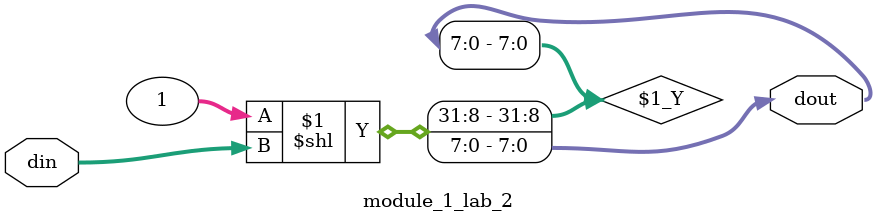
<source format=sv>
module module_1_lab_2 (
    input logic [2:0] din,
    output logic [7:0] dout
);

// always_comb begin
//     case (din)
//         3'b000: dout = 8'b00000001;
//         3'b001: dout = 8'b00000010;
//         3'b010: dout = 8'b00000100;
//         3'b011: dout = 8'b00001000;
//         3'b100: dout = 8'b00010000;
//         3'b101: dout = 8'b00100000;
//         3'b110: dout = 8'b01000000;
//         3'b111: dout = 8'b10000000;
//         default: dout = 8'b00000000;
//     endcase
// end

assign dout = 1 << din; // Оператор сдвига, 1 << din означает "сдвинуть число 1 влево на количество позиций, равное значению din"

endmodule
</source>
